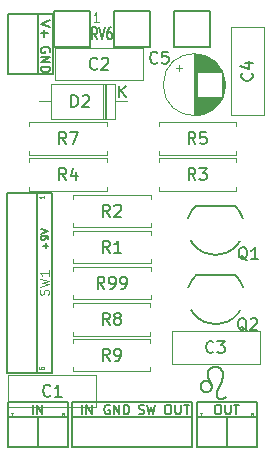
<source format=gbr>
%TF.GenerationSoftware,KiCad,Pcbnew,6.0.0+dfsg1-2*%
%TF.CreationDate,2022-01-11T20:53:16+02:00*%
%TF.ProjectId,leo-fuzz-box,6c656f2d-6675-47a7-9a2d-626f782e6b69,rev?*%
%TF.SameCoordinates,Original*%
%TF.FileFunction,Legend,Top*%
%TF.FilePolarity,Positive*%
%FSLAX46Y46*%
G04 Gerber Fmt 4.6, Leading zero omitted, Abs format (unit mm)*
G04 Created by KiCad (PCBNEW 6.0.0+dfsg1-2) date 2022-01-11 20:53:16*
%MOMM*%
%LPD*%
G01*
G04 APERTURE LIST*
%ADD10C,0.198437*%
%ADD11C,0.150000*%
%ADD12C,0.020320*%
%ADD13C,0.097536*%
%ADD14C,0.065024*%
%ADD15C,0.032512*%
%ADD16C,0.127000*%
%ADD17C,0.120000*%
%ADD18C,0.152400*%
%ADD19O,1.930400X1.930400*%
%ADD20R,1.930400X1.930400*%
%ADD21C,1.600000*%
%ADD22O,1.600000X1.600000*%
%ADD23R,2.540000X2.540000*%
%ADD24O,2.540000X2.540000*%
%ADD25R,1.600000X1.600000*%
%ADD26R,2.032000X2.032000*%
%ADD27O,2.032000X2.032000*%
%ADD28R,2.200000X2.200000*%
%ADD29O,2.200000X2.200000*%
%ADD30R,1.800000X1.800000*%
%ADD31C,1.800000*%
G04 APERTURE END LIST*
D10*
X106205483Y-70024363D02*
X106180814Y-70040138D01*
X106705325Y-69948219D02*
X106675272Y-69941510D01*
X105612594Y-72049363D02*
X105589296Y-72040208D01*
X107147115Y-70984442D02*
X107163355Y-70932593D01*
X106244880Y-71642203D02*
X106242682Y-71667197D01*
X106929343Y-70047891D02*
X106903492Y-70031179D01*
X106690795Y-72059135D02*
X106703907Y-72021239D01*
X107001132Y-71359357D02*
X107048505Y-71248073D01*
X106675272Y-69941510D02*
X106644962Y-69936156D01*
X105975144Y-71163102D02*
X105991520Y-71171172D01*
X105542956Y-71179898D02*
X105564749Y-71168428D01*
X105982532Y-70251579D02*
X105968115Y-70277022D01*
X105589296Y-72040208D02*
X105566610Y-72029766D01*
X105761260Y-72077077D02*
X105736246Y-72075327D01*
X105300202Y-71659047D02*
X105297382Y-71634262D01*
X105566610Y-72029766D02*
X105544574Y-72018092D01*
X106660990Y-72263557D02*
X106661723Y-72221765D01*
X106079072Y-71962512D02*
X106059876Y-71978042D01*
X106165145Y-71327566D02*
X106174971Y-71342832D01*
X106668332Y-72346228D02*
X106663147Y-72305153D01*
X105633061Y-71140600D02*
X105656627Y-71133622D01*
X105656627Y-71133622D02*
X105680497Y-71127845D01*
X106993346Y-72666326D02*
X106973143Y-72664418D01*
X106311660Y-69973459D02*
X106311660Y-69973459D01*
X105875870Y-71128610D02*
X105900018Y-71135046D01*
X105941330Y-71148993D02*
X105958409Y-71155703D01*
X105886990Y-70584928D02*
X105887332Y-70614203D01*
X105304616Y-71509205D02*
X105310583Y-71484346D01*
X107407518Y-72498704D02*
X107375791Y-72525091D01*
X106243321Y-71555481D02*
X106245222Y-71585938D01*
X105888021Y-70555705D02*
X105886990Y-70584928D01*
X106230928Y-70009759D02*
X106205483Y-70024363D01*
X105379533Y-71326415D02*
X105394124Y-71306662D01*
X105728936Y-71120020D02*
X105753394Y-71118033D01*
X105889072Y-70643481D02*
X105892237Y-70672714D01*
X106793346Y-69976247D02*
X106764421Y-69965611D01*
X107180622Y-70377836D02*
X107171065Y-70352384D01*
X106157618Y-71272559D02*
X106182287Y-71326722D01*
X105902943Y-70730847D02*
X105902943Y-70730847D01*
X105958409Y-71155703D02*
X105975144Y-71163102D01*
X105564749Y-71168428D02*
X105587068Y-71158034D01*
X106913127Y-72651708D02*
X106893404Y-72645014D01*
X106744527Y-72532393D02*
X106732852Y-72515888D01*
X107092122Y-71135176D02*
X107129623Y-71035576D01*
X106097480Y-71946060D02*
X106079072Y-71962512D01*
X107160268Y-70327145D02*
X107148194Y-70302135D01*
X106131740Y-71910556D02*
X106115053Y-71928728D01*
X106703443Y-72463069D02*
X106695453Y-72444498D01*
X105660884Y-72063595D02*
X105636469Y-72057177D01*
X106107869Y-71257340D02*
X106120362Y-71270502D01*
X107209627Y-70720656D02*
X107214978Y-70667189D01*
X105998064Y-72018682D02*
X105976217Y-72030107D01*
X106933009Y-72657148D02*
X106913127Y-72651708D01*
X106951179Y-71469528D02*
X107001132Y-71359357D01*
X106661723Y-72221765D02*
X106665208Y-72180101D01*
X106239090Y-71511795D02*
X106241768Y-71529866D01*
X106695453Y-72444498D02*
X106688342Y-72425511D01*
X107074473Y-72663352D02*
X107054194Y-72665609D01*
X106835432Y-72617019D02*
X106835432Y-72617019D01*
X106007523Y-71179890D02*
X106023138Y-71189236D01*
X105827062Y-71120152D02*
X105851533Y-71123656D01*
X105323808Y-71436025D02*
X105332473Y-71412761D01*
X105502592Y-71991264D02*
X105482720Y-71976219D01*
X105986288Y-70954341D02*
X106013999Y-71007786D01*
X107084734Y-70195622D02*
X107065691Y-70171388D01*
X105887332Y-70614203D02*
X105889072Y-70643481D01*
X107148194Y-70302135D02*
X107134354Y-70274118D01*
X106245549Y-71616911D02*
X106245549Y-71616911D01*
X105309819Y-71707958D02*
X105304360Y-71683631D01*
X105835538Y-72073464D02*
X105810955Y-72076104D01*
X106340859Y-69962351D02*
X106311660Y-69973459D01*
X107270676Y-72595211D02*
X107232998Y-72614538D01*
X107188978Y-70403485D02*
X107180622Y-70377836D01*
X105636469Y-72057177D02*
X105612594Y-72049363D01*
X107048505Y-71248073D02*
X107070857Y-71191857D01*
X105367872Y-71845503D02*
X105355366Y-71823852D01*
X106735061Y-69956260D02*
X106705325Y-69948219D01*
X105890398Y-70526582D02*
X105888021Y-70555705D01*
X105786179Y-72077322D02*
X105761260Y-72077077D01*
X107134354Y-70274118D02*
X107119125Y-70247011D01*
X105902943Y-70730847D02*
X105910004Y-70759952D01*
X105900018Y-71135046D02*
X105923922Y-71142994D01*
X106013999Y-71007786D02*
X106043013Y-71060743D01*
X105343944Y-71801619D02*
X105333642Y-71778859D01*
X106208359Y-71407274D02*
X106215154Y-71424126D01*
X106133910Y-70075006D02*
X106111727Y-70094001D01*
X107045498Y-70148158D02*
X107024212Y-70125955D01*
X105316543Y-71731974D02*
X105309819Y-71707958D01*
X107054194Y-72665609D02*
X107033897Y-72666883D01*
X106111727Y-70094001D02*
X106090423Y-70113973D01*
X106873863Y-72637028D02*
X106854531Y-72627709D01*
X106094887Y-71244661D02*
X106107869Y-71257340D01*
X106233897Y-71716124D02*
X106227409Y-71739974D01*
X106226780Y-71458574D02*
X106231582Y-71476128D01*
X106019323Y-72006168D02*
X105998064Y-72018682D01*
X107232998Y-72614538D02*
X107194337Y-72631325D01*
X106090423Y-70113973D02*
X106070025Y-70134872D01*
X106400394Y-69944953D02*
X106370457Y-69952857D01*
X106221299Y-71441233D02*
X106226780Y-71458574D01*
X106043013Y-71060743D02*
X106102054Y-71166170D01*
X105930953Y-72049524D02*
X105907636Y-72057433D01*
X105297311Y-71559237D02*
X105300204Y-71534186D01*
X106102054Y-71166170D02*
X106130632Y-71219123D01*
X105960602Y-70900167D02*
X105986288Y-70954341D01*
X106210489Y-71786239D02*
X106200156Y-71808571D01*
X105521743Y-71192413D02*
X105542956Y-71179898D01*
X105896852Y-70701852D02*
X105902943Y-70730847D01*
X107217223Y-70613790D02*
X107216055Y-70560589D01*
X106757166Y-72548280D02*
X106744527Y-72532393D01*
X105802512Y-71118068D02*
X105827062Y-71120152D01*
X105310583Y-71484346D02*
X105310583Y-71484346D01*
X105523222Y-72005240D02*
X105502592Y-71991264D01*
X107171065Y-70352384D02*
X107160268Y-70327145D01*
X106703907Y-72021239D02*
X106749108Y-71909112D01*
X106770786Y-72563508D02*
X106757166Y-72548280D01*
X106175991Y-71851424D02*
X106162258Y-71871863D01*
X106732852Y-72515888D02*
X106722125Y-72498805D01*
X105968115Y-70277022D02*
X105954784Y-70303052D01*
X106849648Y-70001282D02*
X106821775Y-69988145D01*
X106156948Y-70057035D02*
X106133910Y-70075006D01*
X105295900Y-71584303D02*
X105297311Y-71559237D01*
X105366018Y-71346933D02*
X105379533Y-71326415D01*
X106663147Y-72305153D02*
X106660990Y-72263557D01*
X107342274Y-72550178D02*
X107307168Y-72573655D01*
X105501166Y-71205942D02*
X105521743Y-71192413D01*
X106014526Y-70202649D02*
X105998012Y-70226772D01*
X106147491Y-71891588D02*
X106131740Y-71910556D01*
X105953830Y-72040401D02*
X105930953Y-72049524D01*
X105381426Y-71866518D02*
X105367872Y-71845503D01*
X107102565Y-70220838D02*
X107084734Y-70195622D01*
X107129623Y-71035576D02*
X107147115Y-70984442D01*
X105937667Y-70845022D02*
X105960602Y-70900167D01*
X107163355Y-70932593D02*
X107178036Y-70880160D01*
X106115053Y-71928728D02*
X106097480Y-71946060D01*
X105912855Y-70412068D02*
X105905351Y-70440302D01*
X106039943Y-71992608D02*
X106019323Y-72006168D01*
X106162258Y-71871863D02*
X106147491Y-71891588D01*
X106311660Y-69973459D02*
X106284042Y-69984259D01*
X105905351Y-70440302D02*
X105899089Y-70468832D01*
X107202241Y-70455306D02*
X107188978Y-70403485D01*
X105544574Y-72018092D02*
X105523222Y-72005240D01*
X106785406Y-72578037D02*
X106770786Y-72563508D01*
X105954784Y-70303052D02*
X105942567Y-70329620D01*
X106245549Y-71616911D02*
X106244880Y-71642203D01*
X105342433Y-71390137D02*
X105353633Y-71368184D01*
X106679883Y-72098461D02*
X106690795Y-72059135D01*
X105859879Y-72069445D02*
X105835538Y-72073464D01*
X105704619Y-71123301D02*
X105728936Y-71120020D01*
X107001894Y-70104804D02*
X106978603Y-70084727D01*
X106070025Y-70134872D02*
X106050559Y-70156650D01*
X105409734Y-71287704D02*
X105426310Y-71269573D01*
X107065691Y-70171388D02*
X107045498Y-70148158D01*
X106682092Y-72406150D02*
X106676685Y-72386455D01*
X107211164Y-70507718D02*
X107202241Y-70455306D01*
X105991520Y-71171172D02*
X106007523Y-71179890D01*
X106174971Y-71342832D02*
X106184220Y-71358456D01*
X105609857Y-71148748D02*
X105633061Y-71140600D01*
X106227409Y-71739974D02*
X106219590Y-71763359D01*
X105587068Y-71158034D02*
X105609857Y-71148748D01*
X106712328Y-72481185D02*
X106703443Y-72463069D01*
X106132351Y-71284127D02*
X106143821Y-71298192D01*
X106876908Y-70015635D02*
X106849648Y-70001282D01*
X107092122Y-71135176D02*
X107092122Y-71135176D01*
X106899824Y-71579088D02*
X106951179Y-71469528D01*
X107307168Y-72573655D02*
X107270676Y-72595211D01*
X106243708Y-71548068D02*
X106244897Y-71566379D01*
X106184220Y-71358456D02*
X106192877Y-71374419D01*
X105426310Y-71269573D02*
X105443796Y-71252301D01*
X105300204Y-71534186D02*
X105304616Y-71509205D01*
X106583810Y-69929611D02*
X106553088Y-69928466D01*
X106038351Y-71199189D02*
X106053146Y-71209729D01*
X107148194Y-70302135D02*
X107148194Y-70302135D01*
X105777938Y-71117372D02*
X105802512Y-71118068D01*
X106722125Y-72498805D02*
X106712328Y-72481185D01*
X105810955Y-72076104D02*
X105786179Y-72077322D01*
X106370457Y-69952857D02*
X106340859Y-69962351D01*
X105923922Y-71142994D02*
X105923922Y-71142994D01*
X106143821Y-71298192D02*
X106154757Y-71312679D01*
X106239005Y-71691851D02*
X106233897Y-71716124D01*
X107437253Y-72471327D02*
X107407518Y-72498704D01*
X106801042Y-72591826D02*
X106785406Y-72578037D01*
X105353633Y-71368184D02*
X105366018Y-71346933D01*
X106688342Y-72425511D02*
X106682092Y-72406150D01*
X106764421Y-69965611D02*
X106735061Y-69956260D01*
X105462137Y-71235917D02*
X105481279Y-71220454D01*
X106430612Y-69938615D02*
X106400394Y-69944953D01*
X106854531Y-72627709D02*
X106835432Y-72617019D01*
X105894096Y-70497608D02*
X105890398Y-70526582D01*
X106978603Y-70084727D02*
X106954400Y-70065748D01*
X106215154Y-71424126D02*
X106221299Y-71441233D01*
X105931489Y-70356678D02*
X105921577Y-70384176D01*
X107216055Y-70560589D02*
X107211164Y-70507718D01*
X106182287Y-71326722D02*
X106203916Y-71381853D01*
X105395991Y-71886843D02*
X105381426Y-71866518D01*
X106180814Y-70040138D02*
X106156948Y-70057035D01*
X107024212Y-70125955D02*
X107001894Y-70104804D01*
X105428011Y-71925206D02*
X105411532Y-71906424D01*
X106231582Y-71476128D02*
X106235690Y-71493876D01*
X105998012Y-70226772D02*
X105982532Y-70251579D01*
X106703907Y-72021239D02*
X106703907Y-72021239D01*
X106219590Y-71763359D02*
X106210489Y-71786239D01*
X105463641Y-71960158D02*
X105445393Y-71943135D01*
X106644962Y-69936156D02*
X106614455Y-69932182D01*
X106676685Y-72386455D02*
X106672104Y-72366468D01*
X106244897Y-71566379D02*
X106245319Y-71584780D01*
X106032051Y-70179259D02*
X106014526Y-70202649D01*
X106491648Y-69930548D02*
X106461049Y-69933822D01*
X106081429Y-71232486D02*
X106094887Y-71244661D01*
X105445393Y-71943135D02*
X105428011Y-71925206D01*
X106188640Y-71830313D02*
X106175991Y-71851424D01*
X105685802Y-72068565D02*
X105660884Y-72063595D01*
X107119125Y-70247011D02*
X107102565Y-70220838D01*
X106797612Y-71798379D02*
X106899824Y-71579088D01*
X105332473Y-71412761D02*
X105342433Y-71390137D01*
X105851533Y-71123656D02*
X105875870Y-71128610D01*
X106522347Y-69928770D02*
X106491648Y-69930548D01*
X105892237Y-70672714D02*
X105896852Y-70701852D01*
X107134944Y-72651067D02*
X107114873Y-72656042D01*
X106023138Y-71189236D02*
X106038351Y-71199189D01*
X105918206Y-70788663D02*
X105937667Y-70845022D01*
X105482720Y-71976219D02*
X105463641Y-71960158D01*
X107214978Y-70667189D02*
X107217223Y-70613790D01*
X107094708Y-72660150D02*
X107074473Y-72663352D01*
X105297382Y-71634262D02*
X105295936Y-71609329D01*
X105753394Y-71118033D02*
X105777938Y-71117372D01*
X105923922Y-71142994D02*
X105941330Y-71148993D01*
X105310583Y-71484346D02*
X105316493Y-71459897D01*
X105355366Y-71823852D02*
X105343944Y-71801619D01*
X106835432Y-72617019D02*
X106817711Y-72604833D01*
X106059876Y-71978042D02*
X106039943Y-71992608D01*
X105907636Y-72057433D02*
X105883928Y-72064087D01*
X106067511Y-71220835D02*
X106081429Y-71232486D01*
X105324496Y-71755626D02*
X105316543Y-71731974D01*
X105394124Y-71306662D02*
X105409734Y-71287704D01*
X105942567Y-70329620D02*
X105931489Y-70356678D01*
X106903492Y-70031179D02*
X106876908Y-70015635D01*
X106671308Y-72138892D02*
X106679883Y-72098461D01*
X106239935Y-71525508D02*
X106243321Y-71555481D01*
X106229075Y-71466895D02*
X106235156Y-71495990D01*
X106050559Y-70156650D02*
X106032051Y-70179259D01*
X106053146Y-71209729D02*
X106067511Y-71220835D01*
X106461049Y-69933822D02*
X106430612Y-69938615D01*
X106257123Y-69996375D02*
X106230928Y-70009759D01*
X105680497Y-71127845D02*
X105704619Y-71123301D01*
X106130632Y-71219123D02*
X106157618Y-71272559D01*
X107375791Y-72525091D02*
X107342274Y-72550178D01*
X107194337Y-72631325D02*
X107154895Y-72645263D01*
X105711189Y-72072031D02*
X105685802Y-72068565D01*
X106235690Y-71493876D02*
X106239090Y-71511795D01*
X106241768Y-71529866D02*
X106243708Y-71548068D01*
X107013606Y-72667135D02*
X106993346Y-72666326D01*
X105921577Y-70384176D02*
X105912855Y-70412068D01*
X106749108Y-71909112D02*
X106797612Y-71798379D01*
X106817711Y-72604833D02*
X106801042Y-72591826D01*
X105711189Y-72072031D02*
X105711189Y-72072031D01*
X106221780Y-71438195D02*
X106229075Y-71466895D01*
X106614455Y-69932182D02*
X106583810Y-69929611D01*
X106242682Y-71667197D02*
X106239005Y-71691851D01*
X105316493Y-71459897D02*
X105323808Y-71436025D01*
X105295936Y-71609329D02*
X105295900Y-71584303D01*
X106893404Y-72645014D02*
X106873863Y-72637028D01*
X106665208Y-72180101D02*
X106671308Y-72138892D01*
X106120362Y-71270502D02*
X106132351Y-71284127D01*
X105411532Y-71906424D02*
X105395991Y-71886843D01*
X105333642Y-71778859D02*
X105324496Y-71755626D01*
X106192877Y-71374419D02*
X106200929Y-71390698D01*
X106284042Y-69984259D02*
X106257123Y-69996375D01*
X106235156Y-71495990D02*
X106239935Y-71525508D01*
X107033897Y-72666883D02*
X107013606Y-72667135D01*
X105910004Y-70759952D02*
X105918206Y-70788663D01*
X107070857Y-71191857D02*
X107092122Y-71135176D01*
X107154895Y-72645263D02*
X107134944Y-72651067D01*
X105883928Y-72064087D02*
X105859879Y-72069445D01*
X107190847Y-70827272D02*
X107201481Y-70774060D01*
X106953022Y-72661371D02*
X106933009Y-72657148D01*
X106200156Y-71808571D02*
X106188640Y-71830313D01*
X105304360Y-71683631D02*
X105300202Y-71659047D01*
X106553088Y-69928466D02*
X106522347Y-69928770D01*
X105736246Y-72075327D02*
X105711189Y-72072031D01*
X107201481Y-70774060D02*
X107209627Y-70720656D01*
X106954400Y-70065748D02*
X106929343Y-70047891D01*
X107114873Y-72656042D02*
X107094708Y-72660150D01*
X106203916Y-71381853D02*
X106221780Y-71438195D01*
X105443796Y-71252301D02*
X105462137Y-71235917D01*
X106154757Y-71312679D02*
X106165145Y-71327566D01*
X105976217Y-72030107D02*
X105953830Y-72040401D01*
X105481279Y-71220454D02*
X105501166Y-71205942D01*
X105899089Y-70468832D02*
X105894096Y-70497608D01*
X107178036Y-70880160D02*
X107190847Y-70827272D01*
X106672104Y-72366468D02*
X106668332Y-72346228D01*
X106821775Y-69988145D02*
X106793346Y-69976247D01*
X106973143Y-72664418D02*
X106953022Y-72661371D01*
X106245222Y-71585938D02*
X106245549Y-71616911D01*
X106200929Y-71390698D02*
X106208359Y-71407274D01*
D11*
X92168657Y-59902628D02*
X92168657Y-59445485D01*
X92397228Y-59674057D02*
X91940085Y-59674057D01*
X92397228Y-59131200D02*
X92397228Y-59016914D01*
X92368657Y-58959771D01*
X92340085Y-58931200D01*
X92254371Y-58874057D01*
X92140085Y-58845485D01*
X91911514Y-58845485D01*
X91854371Y-58874057D01*
X91825800Y-58902628D01*
X91797228Y-58959771D01*
X91797228Y-59074057D01*
X91825800Y-59131200D01*
X91854371Y-59159771D01*
X91911514Y-59188342D01*
X92054371Y-59188342D01*
X92111514Y-59159771D01*
X92140085Y-59131200D01*
X92168657Y-59074057D01*
X92168657Y-58959771D01*
X92140085Y-58902628D01*
X92111514Y-58874057D01*
X92054371Y-58845485D01*
X91797228Y-58674057D02*
X92397228Y-58474057D01*
X91797228Y-58274057D01*
%TO.C,J1*%
X91071752Y-73945704D02*
X91071752Y-73145704D01*
X91452704Y-73945704D02*
X91452704Y-73145704D01*
X91909847Y-73945704D01*
X91909847Y-73145704D01*
D12*
X93580857Y-74062469D02*
X93615328Y-74073959D01*
X93672780Y-74073959D01*
X93695761Y-74062469D01*
X93707252Y-74050978D01*
X93718742Y-74027997D01*
X93718742Y-74005016D01*
X93707252Y-73982035D01*
X93695761Y-73970545D01*
X93672780Y-73959054D01*
X93626819Y-73947564D01*
X93603838Y-73936073D01*
X93592347Y-73924583D01*
X93580857Y-73901602D01*
X93580857Y-73878621D01*
X93592347Y-73855640D01*
X93603838Y-73844150D01*
X93626819Y-73832659D01*
X93684271Y-73832659D01*
X93718742Y-73844150D01*
X89262857Y-73832659D02*
X89400742Y-73832659D01*
X89331800Y-74073959D02*
X89331800Y-73832659D01*
D11*
%TO.C,R7*%
X93914933Y-51074580D02*
X93581600Y-50598390D01*
X93343504Y-51074580D02*
X93343504Y-50074580D01*
X93724457Y-50074580D01*
X93819695Y-50122200D01*
X93867314Y-50169819D01*
X93914933Y-50265057D01*
X93914933Y-50407914D01*
X93867314Y-50503152D01*
X93819695Y-50550771D01*
X93724457Y-50598390D01*
X93343504Y-50598390D01*
X94248266Y-50074580D02*
X94914933Y-50074580D01*
X94486361Y-51074580D01*
%TO.C,RV6*%
X96535133Y-42209980D02*
X96301800Y-41733790D01*
X96135133Y-42209980D02*
X96135133Y-41209980D01*
X96401800Y-41209980D01*
X96468466Y-41257600D01*
X96501800Y-41305219D01*
X96535133Y-41400457D01*
X96535133Y-41543314D01*
X96501800Y-41638552D01*
X96468466Y-41686171D01*
X96401800Y-41733790D01*
X96135133Y-41733790D01*
X96735133Y-41209980D02*
X96968466Y-42209980D01*
X97201800Y-41209980D01*
X97735133Y-41209980D02*
X97601800Y-41209980D01*
X97535133Y-41257600D01*
X97501800Y-41305219D01*
X97435133Y-41448076D01*
X97401800Y-41638552D01*
X97401800Y-42019504D01*
X97435133Y-42114742D01*
X97468466Y-42162361D01*
X97535133Y-42209980D01*
X97668466Y-42209980D01*
X97735133Y-42162361D01*
X97768466Y-42114742D01*
X97801800Y-42019504D01*
X97801800Y-41781409D01*
X97768466Y-41686171D01*
X97735133Y-41638552D01*
X97668466Y-41590933D01*
X97535133Y-41590933D01*
X97468466Y-41638552D01*
X97435133Y-41686171D01*
X97401800Y-41781409D01*
D13*
X96689817Y-40709910D02*
X96248582Y-40709910D01*
X96469200Y-40709910D02*
X96469200Y-39937750D01*
X96395660Y-40048059D01*
X96322121Y-40121598D01*
X96248582Y-40158367D01*
D11*
%TO.C,R9*%
X97597933Y-69413380D02*
X97264600Y-68937190D01*
X97026504Y-69413380D02*
X97026504Y-68413380D01*
X97407457Y-68413380D01*
X97502695Y-68461000D01*
X97550314Y-68508619D01*
X97597933Y-68603857D01*
X97597933Y-68746714D01*
X97550314Y-68841952D01*
X97502695Y-68889571D01*
X97407457Y-68937190D01*
X97026504Y-68937190D01*
X98074123Y-69413380D02*
X98264600Y-69413380D01*
X98359838Y-69365761D01*
X98407457Y-69318142D01*
X98502695Y-69175285D01*
X98550314Y-68984809D01*
X98550314Y-68603857D01*
X98502695Y-68508619D01*
X98455076Y-68461000D01*
X98359838Y-68413380D01*
X98169361Y-68413380D01*
X98074123Y-68461000D01*
X98026504Y-68508619D01*
X97978885Y-68603857D01*
X97978885Y-68841952D01*
X98026504Y-68937190D01*
X98074123Y-68984809D01*
X98169361Y-69032428D01*
X98359838Y-69032428D01*
X98455076Y-68984809D01*
X98502695Y-68937190D01*
X98550314Y-68841952D01*
%TO.C,C1*%
X92579533Y-72366142D02*
X92531914Y-72413761D01*
X92389057Y-72461380D01*
X92293819Y-72461380D01*
X92150961Y-72413761D01*
X92055723Y-72318523D01*
X92008104Y-72223285D01*
X91960485Y-72032809D01*
X91960485Y-71889952D01*
X92008104Y-71699476D01*
X92055723Y-71604238D01*
X92150961Y-71509000D01*
X92293819Y-71461380D01*
X92389057Y-71461380D01*
X92531914Y-71509000D01*
X92579533Y-71556619D01*
X93531914Y-72461380D02*
X92960485Y-72461380D01*
X93246200Y-72461380D02*
X93246200Y-71461380D01*
X93150961Y-71604238D01*
X93055723Y-71699476D01*
X92960485Y-71747095D01*
%TO.C,J4*%
X92525800Y-43307076D02*
X92563895Y-43230885D01*
X92563895Y-43116600D01*
X92525800Y-43002314D01*
X92449609Y-42926123D01*
X92373419Y-42888028D01*
X92221038Y-42849933D01*
X92106752Y-42849933D01*
X91954371Y-42888028D01*
X91878180Y-42926123D01*
X91801990Y-43002314D01*
X91763895Y-43116600D01*
X91763895Y-43192790D01*
X91801990Y-43307076D01*
X91840085Y-43345171D01*
X92106752Y-43345171D01*
X92106752Y-43192790D01*
X91763895Y-43688028D02*
X92563895Y-43688028D01*
X91763895Y-44145171D01*
X92563895Y-44145171D01*
X91763895Y-44526123D02*
X92563895Y-44526123D01*
X92563895Y-44716600D01*
X92525800Y-44830885D01*
X92449609Y-44907076D01*
X92373419Y-44945171D01*
X92221038Y-44983266D01*
X92106752Y-44983266D01*
X91954371Y-44945171D01*
X91878180Y-44907076D01*
X91801990Y-44830885D01*
X91763895Y-44716600D01*
X91763895Y-44526123D01*
X92563895Y-40614695D02*
X91763895Y-40881361D01*
X92563895Y-41148028D01*
X92068657Y-41414695D02*
X92068657Y-42024219D01*
X91763895Y-41719457D02*
X92373419Y-41719457D01*
%TO.C,J2*%
X97586876Y-73183800D02*
X97510685Y-73145704D01*
X97396400Y-73145704D01*
X97282114Y-73183800D01*
X97205923Y-73259990D01*
X97167828Y-73336180D01*
X97129733Y-73488561D01*
X97129733Y-73602847D01*
X97167828Y-73755228D01*
X97205923Y-73831419D01*
X97282114Y-73907609D01*
X97396400Y-73945704D01*
X97472590Y-73945704D01*
X97586876Y-73907609D01*
X97624971Y-73869514D01*
X97624971Y-73602847D01*
X97472590Y-73602847D01*
X97967828Y-73945704D02*
X97967828Y-73145704D01*
X98424971Y-73945704D01*
X98424971Y-73145704D01*
X98805923Y-73945704D02*
X98805923Y-73145704D01*
X98996400Y-73145704D01*
X99110685Y-73183800D01*
X99186876Y-73259990D01*
X99224971Y-73336180D01*
X99263066Y-73488561D01*
X99263066Y-73602847D01*
X99224971Y-73755228D01*
X99186876Y-73831419D01*
X99110685Y-73907609D01*
X98996400Y-73945704D01*
X98805923Y-73945704D01*
X95237352Y-73945704D02*
X95237352Y-73145704D01*
X95618304Y-73945704D02*
X95618304Y-73145704D01*
X96075447Y-73945704D01*
X96075447Y-73145704D01*
X102476400Y-73145704D02*
X102628780Y-73145704D01*
X102704971Y-73183800D01*
X102781161Y-73259990D01*
X102819257Y-73412371D01*
X102819257Y-73679038D01*
X102781161Y-73831419D01*
X102704971Y-73907609D01*
X102628780Y-73945704D01*
X102476400Y-73945704D01*
X102400209Y-73907609D01*
X102324019Y-73831419D01*
X102285923Y-73679038D01*
X102285923Y-73412371D01*
X102324019Y-73259990D01*
X102400209Y-73183800D01*
X102476400Y-73145704D01*
X103162114Y-73145704D02*
X103162114Y-73793323D01*
X103200209Y-73869514D01*
X103238304Y-73907609D01*
X103314495Y-73945704D01*
X103466876Y-73945704D01*
X103543066Y-73907609D01*
X103581161Y-73869514D01*
X103619257Y-73793323D01*
X103619257Y-73145704D01*
X103885923Y-73145704D02*
X104343066Y-73145704D01*
X104114495Y-73945704D02*
X104114495Y-73145704D01*
X100050685Y-73907609D02*
X100164971Y-73945704D01*
X100355447Y-73945704D01*
X100431638Y-73907609D01*
X100469733Y-73869514D01*
X100507828Y-73793323D01*
X100507828Y-73717133D01*
X100469733Y-73640942D01*
X100431638Y-73602847D01*
X100355447Y-73564752D01*
X100203066Y-73526657D01*
X100126876Y-73488561D01*
X100088780Y-73450466D01*
X100050685Y-73374276D01*
X100050685Y-73298085D01*
X100088780Y-73221895D01*
X100126876Y-73183800D01*
X100203066Y-73145704D01*
X100393542Y-73145704D01*
X100507828Y-73183800D01*
X100774495Y-73145704D02*
X100964971Y-73945704D01*
X101117352Y-73374276D01*
X101269733Y-73945704D01*
X101460209Y-73145704D01*
%TO.C,C4*%
X109627942Y-45084666D02*
X109675561Y-45132285D01*
X109723180Y-45275142D01*
X109723180Y-45370380D01*
X109675561Y-45513238D01*
X109580323Y-45608476D01*
X109485085Y-45656095D01*
X109294609Y-45703714D01*
X109151752Y-45703714D01*
X108961276Y-45656095D01*
X108866038Y-45608476D01*
X108770800Y-45513238D01*
X108723180Y-45370380D01*
X108723180Y-45275142D01*
X108770800Y-45132285D01*
X108818419Y-45084666D01*
X109056514Y-44227523D02*
X109723180Y-44227523D01*
X108675561Y-44465619D02*
X109389847Y-44703714D01*
X109389847Y-44084666D01*
%TO.C,C3*%
X106386333Y-68657742D02*
X106338714Y-68705361D01*
X106195857Y-68752980D01*
X106100619Y-68752980D01*
X105957761Y-68705361D01*
X105862523Y-68610123D01*
X105814904Y-68514885D01*
X105767285Y-68324409D01*
X105767285Y-68181552D01*
X105814904Y-67991076D01*
X105862523Y-67895838D01*
X105957761Y-67800600D01*
X106100619Y-67752980D01*
X106195857Y-67752980D01*
X106338714Y-67800600D01*
X106386333Y-67848219D01*
X106719666Y-67752980D02*
X107338714Y-67752980D01*
X107005380Y-68133933D01*
X107148238Y-68133933D01*
X107243476Y-68181552D01*
X107291095Y-68229171D01*
X107338714Y-68324409D01*
X107338714Y-68562504D01*
X107291095Y-68657742D01*
X107243476Y-68705361D01*
X107148238Y-68752980D01*
X106862523Y-68752980D01*
X106767285Y-68705361D01*
X106719666Y-68657742D01*
%TO.C,C5*%
X101636533Y-44172142D02*
X101588914Y-44219761D01*
X101446057Y-44267380D01*
X101350819Y-44267380D01*
X101207961Y-44219761D01*
X101112723Y-44124523D01*
X101065104Y-44029285D01*
X101017485Y-43838809D01*
X101017485Y-43695952D01*
X101065104Y-43505476D01*
X101112723Y-43410238D01*
X101207961Y-43315000D01*
X101350819Y-43267380D01*
X101446057Y-43267380D01*
X101588914Y-43315000D01*
X101636533Y-43362619D01*
X102541295Y-43267380D02*
X102065104Y-43267380D01*
X102017485Y-43743571D01*
X102065104Y-43695952D01*
X102160342Y-43648333D01*
X102398438Y-43648333D01*
X102493676Y-43695952D01*
X102541295Y-43743571D01*
X102588914Y-43838809D01*
X102588914Y-44076904D01*
X102541295Y-44172142D01*
X102493676Y-44219761D01*
X102398438Y-44267380D01*
X102160342Y-44267380D01*
X102065104Y-44219761D01*
X102017485Y-44172142D01*
%TO.C,Q1*%
X109257061Y-60915419D02*
X109161823Y-60867800D01*
X109066585Y-60772561D01*
X108923728Y-60629704D01*
X108828490Y-60582085D01*
X108733252Y-60582085D01*
X108780871Y-60820180D02*
X108685633Y-60772561D01*
X108590395Y-60677323D01*
X108542776Y-60486847D01*
X108542776Y-60153514D01*
X108590395Y-59963038D01*
X108685633Y-59867800D01*
X108780871Y-59820180D01*
X108971347Y-59820180D01*
X109066585Y-59867800D01*
X109161823Y-59963038D01*
X109209442Y-60153514D01*
X109209442Y-60486847D01*
X109161823Y-60677323D01*
X109066585Y-60772561D01*
X108971347Y-60820180D01*
X108780871Y-60820180D01*
X110161823Y-60820180D02*
X109590395Y-60820180D01*
X109876109Y-60820180D02*
X109876109Y-59820180D01*
X109780871Y-59963038D01*
X109685633Y-60058276D01*
X109590395Y-60105895D01*
%TO.C,J3*%
X106692800Y-73145704D02*
X106845180Y-73145704D01*
X106921371Y-73183800D01*
X106997561Y-73259990D01*
X107035657Y-73412371D01*
X107035657Y-73679038D01*
X106997561Y-73831419D01*
X106921371Y-73907609D01*
X106845180Y-73945704D01*
X106692800Y-73945704D01*
X106616609Y-73907609D01*
X106540419Y-73831419D01*
X106502323Y-73679038D01*
X106502323Y-73412371D01*
X106540419Y-73259990D01*
X106616609Y-73183800D01*
X106692800Y-73145704D01*
X107378514Y-73145704D02*
X107378514Y-73793323D01*
X107416609Y-73869514D01*
X107454704Y-73907609D01*
X107530895Y-73945704D01*
X107683276Y-73945704D01*
X107759466Y-73907609D01*
X107797561Y-73869514D01*
X107835657Y-73793323D01*
X107835657Y-73145704D01*
X108102323Y-73145704D02*
X108559466Y-73145704D01*
X108330895Y-73945704D02*
X108330895Y-73145704D01*
D12*
X105264857Y-73832659D02*
X105402742Y-73832659D01*
X105333800Y-74073959D02*
X105333800Y-73832659D01*
X109582857Y-74062469D02*
X109617328Y-74073959D01*
X109674780Y-74073959D01*
X109697761Y-74062469D01*
X109709252Y-74050978D01*
X109720742Y-74027997D01*
X109720742Y-74005016D01*
X109709252Y-73982035D01*
X109697761Y-73970545D01*
X109674780Y-73959054D01*
X109628819Y-73947564D01*
X109605838Y-73936073D01*
X109594347Y-73924583D01*
X109582857Y-73901602D01*
X109582857Y-73878621D01*
X109594347Y-73855640D01*
X109605838Y-73844150D01*
X109628819Y-73832659D01*
X109686271Y-73832659D01*
X109720742Y-73844150D01*
D11*
%TO.C,R5*%
X104862333Y-51074580D02*
X104529000Y-50598390D01*
X104290904Y-51074580D02*
X104290904Y-50074580D01*
X104671857Y-50074580D01*
X104767095Y-50122200D01*
X104814714Y-50169819D01*
X104862333Y-50265057D01*
X104862333Y-50407914D01*
X104814714Y-50503152D01*
X104767095Y-50550771D01*
X104671857Y-50598390D01*
X104290904Y-50598390D01*
X105767095Y-50074580D02*
X105290904Y-50074580D01*
X105243285Y-50550771D01*
X105290904Y-50503152D01*
X105386142Y-50455533D01*
X105624238Y-50455533D01*
X105719476Y-50503152D01*
X105767095Y-50550771D01*
X105814714Y-50646009D01*
X105814714Y-50884104D01*
X105767095Y-50979342D01*
X105719476Y-51026961D01*
X105624238Y-51074580D01*
X105386142Y-51074580D01*
X105290904Y-51026961D01*
X105243285Y-50979342D01*
%TO.C,R2*%
X97623333Y-57221380D02*
X97290000Y-56745190D01*
X97051904Y-57221380D02*
X97051904Y-56221380D01*
X97432857Y-56221380D01*
X97528095Y-56269000D01*
X97575714Y-56316619D01*
X97623333Y-56411857D01*
X97623333Y-56554714D01*
X97575714Y-56649952D01*
X97528095Y-56697571D01*
X97432857Y-56745190D01*
X97051904Y-56745190D01*
X98004285Y-56316619D02*
X98051904Y-56269000D01*
X98147142Y-56221380D01*
X98385238Y-56221380D01*
X98480476Y-56269000D01*
X98528095Y-56316619D01*
X98575714Y-56411857D01*
X98575714Y-56507095D01*
X98528095Y-56649952D01*
X97956666Y-57221380D01*
X98575714Y-57221380D01*
%TO.C,Q2*%
X109206261Y-66909819D02*
X109111023Y-66862200D01*
X109015785Y-66766961D01*
X108872928Y-66624104D01*
X108777690Y-66576485D01*
X108682452Y-66576485D01*
X108730071Y-66814580D02*
X108634833Y-66766961D01*
X108539595Y-66671723D01*
X108491976Y-66481247D01*
X108491976Y-66147914D01*
X108539595Y-65957438D01*
X108634833Y-65862200D01*
X108730071Y-65814580D01*
X108920547Y-65814580D01*
X109015785Y-65862200D01*
X109111023Y-65957438D01*
X109158642Y-66147914D01*
X109158642Y-66481247D01*
X109111023Y-66671723D01*
X109015785Y-66766961D01*
X108920547Y-66814580D01*
X108730071Y-66814580D01*
X109539595Y-65909819D02*
X109587214Y-65862200D01*
X109682452Y-65814580D01*
X109920547Y-65814580D01*
X110015785Y-65862200D01*
X110063404Y-65909819D01*
X110111023Y-66005057D01*
X110111023Y-66100295D01*
X110063404Y-66243152D01*
X109491976Y-66814580D01*
X110111023Y-66814580D01*
D14*
%TO.C,SW1*%
X92412940Y-63843746D02*
X92449710Y-63733438D01*
X92449710Y-63549590D01*
X92412940Y-63476051D01*
X92376171Y-63439281D01*
X92302632Y-63402512D01*
X92229093Y-63402512D01*
X92155554Y-63439281D01*
X92118784Y-63476051D01*
X92082015Y-63549590D01*
X92045245Y-63696668D01*
X92008476Y-63770207D01*
X91971706Y-63806977D01*
X91898167Y-63843746D01*
X91824628Y-63843746D01*
X91751089Y-63806977D01*
X91714320Y-63770207D01*
X91677550Y-63696668D01*
X91677550Y-63512820D01*
X91714320Y-63402512D01*
X91677550Y-63145125D02*
X92449710Y-62961278D01*
X91898167Y-62814200D01*
X92449710Y-62667121D01*
X91677550Y-62483274D01*
X92449710Y-61784653D02*
X92449710Y-62225887D01*
X92449710Y-62005270D02*
X91677550Y-62005270D01*
X91787859Y-62078809D01*
X91861398Y-62152348D01*
X91898167Y-62225887D01*
D15*
X92021055Y-55464891D02*
X92021055Y-55685508D01*
X92021055Y-55575200D02*
X91634975Y-55575200D01*
X91690129Y-55611969D01*
X91726899Y-55648739D01*
X91745283Y-55685508D01*
X91634975Y-69979660D02*
X91634975Y-70053200D01*
X91653360Y-70089969D01*
X91671744Y-70108354D01*
X91726899Y-70145123D01*
X91800438Y-70163508D01*
X91947516Y-70163508D01*
X91984285Y-70145123D01*
X92002670Y-70126739D01*
X92021055Y-70089969D01*
X92021055Y-70016430D01*
X92002670Y-69979660D01*
X91984285Y-69961276D01*
X91947516Y-69942891D01*
X91855592Y-69942891D01*
X91818822Y-69961276D01*
X91800438Y-69979660D01*
X91782053Y-70016430D01*
X91782053Y-70089969D01*
X91800438Y-70126739D01*
X91818822Y-70145123D01*
X91855592Y-70163508D01*
D11*
%TO.C,R8*%
X97597933Y-66390780D02*
X97264600Y-65914590D01*
X97026504Y-66390780D02*
X97026504Y-65390780D01*
X97407457Y-65390780D01*
X97502695Y-65438400D01*
X97550314Y-65486019D01*
X97597933Y-65581257D01*
X97597933Y-65724114D01*
X97550314Y-65819352D01*
X97502695Y-65866971D01*
X97407457Y-65914590D01*
X97026504Y-65914590D01*
X98169361Y-65819352D02*
X98074123Y-65771733D01*
X98026504Y-65724114D01*
X97978885Y-65628876D01*
X97978885Y-65581257D01*
X98026504Y-65486019D01*
X98074123Y-65438400D01*
X98169361Y-65390780D01*
X98359838Y-65390780D01*
X98455076Y-65438400D01*
X98502695Y-65486019D01*
X98550314Y-65581257D01*
X98550314Y-65628876D01*
X98502695Y-65724114D01*
X98455076Y-65771733D01*
X98359838Y-65819352D01*
X98169361Y-65819352D01*
X98074123Y-65866971D01*
X98026504Y-65914590D01*
X97978885Y-66009828D01*
X97978885Y-66200304D01*
X98026504Y-66295542D01*
X98074123Y-66343161D01*
X98169361Y-66390780D01*
X98359838Y-66390780D01*
X98455076Y-66343161D01*
X98502695Y-66295542D01*
X98550314Y-66200304D01*
X98550314Y-66009828D01*
X98502695Y-65914590D01*
X98455076Y-65866971D01*
X98359838Y-65819352D01*
%TO.C,R99*%
X97147142Y-63317380D02*
X96813809Y-62841190D01*
X96575714Y-63317380D02*
X96575714Y-62317380D01*
X96956666Y-62317380D01*
X97051904Y-62365000D01*
X97099523Y-62412619D01*
X97147142Y-62507857D01*
X97147142Y-62650714D01*
X97099523Y-62745952D01*
X97051904Y-62793571D01*
X96956666Y-62841190D01*
X96575714Y-62841190D01*
X97623333Y-63317380D02*
X97813809Y-63317380D01*
X97909047Y-63269761D01*
X97956666Y-63222142D01*
X98051904Y-63079285D01*
X98099523Y-62888809D01*
X98099523Y-62507857D01*
X98051904Y-62412619D01*
X98004285Y-62365000D01*
X97909047Y-62317380D01*
X97718571Y-62317380D01*
X97623333Y-62365000D01*
X97575714Y-62412619D01*
X97528095Y-62507857D01*
X97528095Y-62745952D01*
X97575714Y-62841190D01*
X97623333Y-62888809D01*
X97718571Y-62936428D01*
X97909047Y-62936428D01*
X98004285Y-62888809D01*
X98051904Y-62841190D01*
X98099523Y-62745952D01*
X98575714Y-63317380D02*
X98766190Y-63317380D01*
X98861428Y-63269761D01*
X98909047Y-63222142D01*
X99004285Y-63079285D01*
X99051904Y-62888809D01*
X99051904Y-62507857D01*
X99004285Y-62412619D01*
X98956666Y-62365000D01*
X98861428Y-62317380D01*
X98670952Y-62317380D01*
X98575714Y-62365000D01*
X98528095Y-62412619D01*
X98480476Y-62507857D01*
X98480476Y-62745952D01*
X98528095Y-62841190D01*
X98575714Y-62888809D01*
X98670952Y-62936428D01*
X98861428Y-62936428D01*
X98956666Y-62888809D01*
X99004285Y-62841190D01*
X99051904Y-62745952D01*
%TO.C,R4*%
X93914933Y-54122580D02*
X93581600Y-53646390D01*
X93343504Y-54122580D02*
X93343504Y-53122580D01*
X93724457Y-53122580D01*
X93819695Y-53170200D01*
X93867314Y-53217819D01*
X93914933Y-53313057D01*
X93914933Y-53455914D01*
X93867314Y-53551152D01*
X93819695Y-53598771D01*
X93724457Y-53646390D01*
X93343504Y-53646390D01*
X94772076Y-53455914D02*
X94772076Y-54122580D01*
X94533980Y-53074961D02*
X94295885Y-53789247D01*
X94914933Y-53789247D01*
%TO.C,C2*%
X96545733Y-44680142D02*
X96498114Y-44727761D01*
X96355257Y-44775380D01*
X96260019Y-44775380D01*
X96117161Y-44727761D01*
X96021923Y-44632523D01*
X95974304Y-44537285D01*
X95926685Y-44346809D01*
X95926685Y-44203952D01*
X95974304Y-44013476D01*
X96021923Y-43918238D01*
X96117161Y-43823000D01*
X96260019Y-43775380D01*
X96355257Y-43775380D01*
X96498114Y-43823000D01*
X96545733Y-43870619D01*
X96926685Y-43870619D02*
X96974304Y-43823000D01*
X97069542Y-43775380D01*
X97307638Y-43775380D01*
X97402876Y-43823000D01*
X97450495Y-43870619D01*
X97498114Y-43965857D01*
X97498114Y-44061095D01*
X97450495Y-44203952D01*
X96879066Y-44775380D01*
X97498114Y-44775380D01*
%TO.C,R1*%
X97623333Y-60269380D02*
X97290000Y-59793190D01*
X97051904Y-60269380D02*
X97051904Y-59269380D01*
X97432857Y-59269380D01*
X97528095Y-59317000D01*
X97575714Y-59364619D01*
X97623333Y-59459857D01*
X97623333Y-59602714D01*
X97575714Y-59697952D01*
X97528095Y-59745571D01*
X97432857Y-59793190D01*
X97051904Y-59793190D01*
X98575714Y-60269380D02*
X98004285Y-60269380D01*
X98290000Y-60269380D02*
X98290000Y-59269380D01*
X98194761Y-59412238D01*
X98099523Y-59507476D01*
X98004285Y-59555095D01*
%TO.C,D2*%
X94359504Y-47924980D02*
X94359504Y-46924980D01*
X94597600Y-46924980D01*
X94740457Y-46972600D01*
X94835695Y-47067838D01*
X94883314Y-47163076D01*
X94930933Y-47353552D01*
X94930933Y-47496409D01*
X94883314Y-47686885D01*
X94835695Y-47782123D01*
X94740457Y-47877361D01*
X94597600Y-47924980D01*
X94359504Y-47924980D01*
X95311885Y-47020219D02*
X95359504Y-46972600D01*
X95454742Y-46924980D01*
X95692838Y-46924980D01*
X95788076Y-46972600D01*
X95835695Y-47020219D01*
X95883314Y-47115457D01*
X95883314Y-47210695D01*
X95835695Y-47353552D01*
X95264266Y-47924980D01*
X95883314Y-47924980D01*
X98417095Y-47137580D02*
X98417095Y-46137580D01*
X98988523Y-47137580D02*
X98559952Y-46566152D01*
X98988523Y-46137580D02*
X98417095Y-46709009D01*
%TO.C,R3*%
X104862333Y-54122580D02*
X104529000Y-53646390D01*
X104290904Y-54122580D02*
X104290904Y-53122580D01*
X104671857Y-53122580D01*
X104767095Y-53170200D01*
X104814714Y-53217819D01*
X104862333Y-53313057D01*
X104862333Y-53455914D01*
X104814714Y-53551152D01*
X104767095Y-53598771D01*
X104671857Y-53646390D01*
X104290904Y-53646390D01*
X105195666Y-53122580D02*
X105814714Y-53122580D01*
X105481380Y-53503533D01*
X105624238Y-53503533D01*
X105719476Y-53551152D01*
X105767095Y-53598771D01*
X105814714Y-53694009D01*
X105814714Y-53932104D01*
X105767095Y-54027342D01*
X105719476Y-54074961D01*
X105624238Y-54122580D01*
X105338523Y-54122580D01*
X105243285Y-54074961D01*
X105195666Y-54027342D01*
D16*
%TO.C,J1*%
X88950800Y-76758800D02*
X91490800Y-76758800D01*
X88950800Y-76758800D02*
X88950800Y-74218800D01*
X94030800Y-74218800D02*
X94030800Y-76758800D01*
X94030800Y-72948800D02*
X94030800Y-74218800D01*
X88950800Y-72948800D02*
X94030800Y-72948800D01*
X88950800Y-74218800D02*
X91490800Y-74218800D01*
X91490800Y-74218800D02*
X94030800Y-74218800D01*
X91490800Y-76758800D02*
X94030800Y-76758800D01*
X88950800Y-74218800D02*
X88950800Y-72948800D01*
X91490800Y-74218800D02*
X91490800Y-76758800D01*
D17*
%TO.C,R7*%
X90811600Y-49582200D02*
X90811600Y-49252200D01*
X90811600Y-51992200D02*
X97351600Y-51992200D01*
X97351600Y-51992200D02*
X97351600Y-51662200D01*
X90811600Y-51662200D02*
X90811600Y-51992200D01*
X90811600Y-49252200D02*
X97351600Y-49252200D01*
X97351600Y-49252200D02*
X97351600Y-49582200D01*
D16*
%TO.C,RV6*%
X101015800Y-42900600D02*
X101015800Y-39852600D01*
X92887800Y-39852600D02*
X92887800Y-42900600D01*
X106095800Y-39852600D02*
X103047800Y-39852600D01*
X101015800Y-39852600D02*
X97967800Y-39852600D01*
X106095800Y-42900600D02*
X106095800Y-39852600D01*
X95935800Y-42900600D02*
X92887800Y-42900600D01*
X103047800Y-39852600D02*
X103047800Y-42900600D01*
X106095800Y-42900600D02*
X103047800Y-42900600D01*
X95935800Y-39852600D02*
X92887800Y-39852600D01*
X97967800Y-39852600D02*
X97967800Y-42900600D01*
X101015800Y-42900600D02*
X97967800Y-42900600D01*
X95935800Y-42900600D02*
X95935800Y-39852600D01*
D17*
%TO.C,R9*%
X94494600Y-67921000D02*
X94494600Y-67591000D01*
X94494600Y-70331000D02*
X101034600Y-70331000D01*
X101034600Y-67591000D02*
X101034600Y-67921000D01*
X94494600Y-67591000D02*
X101034600Y-67591000D01*
X94494600Y-70001000D02*
X94494600Y-70331000D01*
X101034600Y-70331000D02*
X101034600Y-70001000D01*
%TO.C,C1*%
X96466200Y-70639000D02*
X96466200Y-73379000D01*
X89026200Y-73379000D02*
X96466200Y-73379000D01*
X89026200Y-70639000D02*
X89026200Y-73379000D01*
X89026200Y-70639000D02*
X96466200Y-70639000D01*
D16*
%TO.C,J4*%
X92760800Y-45186600D02*
X92760800Y-40106600D01*
X88950800Y-45186600D02*
X91490800Y-45186600D01*
X91490800Y-40106600D02*
X92760800Y-40106600D01*
X88950800Y-40106600D02*
X91490800Y-40106600D01*
X91490800Y-40106600D02*
X91490800Y-45186600D01*
X88950800Y-45186600D02*
X88950800Y-40106600D01*
X91490800Y-45186600D02*
X92760800Y-45186600D01*
%TO.C,J2*%
X104546400Y-76758800D02*
X94386400Y-76758800D01*
X104546400Y-74218800D02*
X104546400Y-72948800D01*
X94386400Y-74218800D02*
X94386400Y-72948800D01*
X94386400Y-76758800D02*
X94386400Y-74218800D01*
X104546400Y-76758800D02*
X104546400Y-74218800D01*
X104546400Y-72948800D02*
X94386400Y-72948800D01*
X94386400Y-74218800D02*
X104546400Y-74218800D01*
D17*
%TO.C,C4*%
X110640800Y-41198000D02*
X107900800Y-41198000D01*
X110640800Y-48638000D02*
X107900800Y-48638000D01*
X110640800Y-41198000D02*
X110640800Y-48638000D01*
X107900800Y-41198000D02*
X107900800Y-48638000D01*
%TO.C,C3*%
X110287600Y-69670600D02*
X102847600Y-69670600D01*
X102847600Y-69670600D02*
X102847600Y-66930600D01*
X110287600Y-66930600D02*
X102847600Y-66930600D01*
X110287600Y-69670600D02*
X110287600Y-66930600D01*
%TO.C,C5*%
X105155000Y-47090200D02*
X105155000Y-48600200D01*
X105275000Y-47090200D02*
X105275000Y-48578200D01*
X107116000Y-44952200D02*
X107116000Y-47148200D01*
X105596000Y-43608200D02*
X105596000Y-45010200D01*
X106596000Y-44224200D02*
X106596000Y-45010200D01*
X104835000Y-43471200D02*
X104835000Y-48629200D01*
X105996000Y-43782200D02*
X105996000Y-45010200D01*
X107156000Y-45039200D02*
X107156000Y-47061200D01*
X106156000Y-47090200D02*
X106156000Y-48225200D01*
X106476000Y-47090200D02*
X106476000Y-47987200D01*
X105395000Y-43549200D02*
X105395000Y-45010200D01*
X106636000Y-44265200D02*
X106636000Y-45010200D01*
X106236000Y-43928200D02*
X106236000Y-45010200D01*
X104795000Y-43470200D02*
X104795000Y-48630200D01*
X107316000Y-45532200D02*
X107316000Y-46568200D01*
X104875000Y-43472200D02*
X104875000Y-48628200D01*
X106996000Y-47090200D02*
X106996000Y-47369200D01*
X105916000Y-47090200D02*
X105916000Y-48360200D01*
X106276000Y-47090200D02*
X106276000Y-48145200D01*
X106676000Y-44307200D02*
X106676000Y-45010200D01*
X105516000Y-43582200D02*
X105516000Y-45010200D01*
X106356000Y-47090200D02*
X106356000Y-48085200D01*
X106796000Y-44445200D02*
X106796000Y-45010200D01*
X107036000Y-44799200D02*
X107036000Y-45010200D01*
X106476000Y-44113200D02*
X106476000Y-45010200D01*
X104915000Y-43474200D02*
X104915000Y-48626200D01*
X106236000Y-47090200D02*
X106236000Y-48172200D01*
X105195000Y-43507200D02*
X105195000Y-45010200D01*
X106116000Y-47090200D02*
X106116000Y-48250200D01*
X106516000Y-47090200D02*
X106516000Y-47951200D01*
X105035000Y-43485200D02*
X105035000Y-45010200D01*
X106676000Y-47090200D02*
X106676000Y-47793200D01*
X105155000Y-43500200D02*
X105155000Y-45010200D01*
X105235000Y-47090200D02*
X105235000Y-48586200D01*
X105716000Y-43652200D02*
X105716000Y-45010200D01*
X107276000Y-45373200D02*
X107276000Y-46727200D01*
X105235000Y-43514200D02*
X105235000Y-45010200D01*
X106796000Y-47090200D02*
X106796000Y-47655200D01*
X106556000Y-44186200D02*
X106556000Y-45010200D01*
X105916000Y-43740200D02*
X105916000Y-45010200D01*
X105796000Y-47090200D02*
X105796000Y-48415200D01*
X106156000Y-43875200D02*
X106156000Y-45010200D01*
X106836000Y-47090200D02*
X106836000Y-47604200D01*
X104755000Y-43470200D02*
X104755000Y-48630200D01*
X105556000Y-43595200D02*
X105556000Y-45010200D01*
X106716000Y-47090200D02*
X106716000Y-47749200D01*
X106036000Y-43803200D02*
X106036000Y-45010200D01*
X105516000Y-47090200D02*
X105516000Y-48518200D01*
X106396000Y-44046200D02*
X106396000Y-45010200D01*
X106956000Y-44667200D02*
X106956000Y-45010200D01*
X106516000Y-44149200D02*
X106516000Y-45010200D01*
X105596000Y-47090200D02*
X105596000Y-48492200D01*
X105075000Y-47090200D02*
X105075000Y-48611200D01*
X105115000Y-47090200D02*
X105115000Y-48606200D01*
X105676000Y-47090200D02*
X105676000Y-48464200D01*
X106316000Y-47090200D02*
X106316000Y-48115200D01*
X105876000Y-43721200D02*
X105876000Y-45010200D01*
X105355000Y-43539200D02*
X105355000Y-45010200D01*
X105556000Y-47090200D02*
X105556000Y-48505200D01*
X103505000Y-44403200D02*
X103505000Y-44903200D01*
X106996000Y-44731200D02*
X106996000Y-45010200D01*
X107036000Y-47090200D02*
X107036000Y-47301200D01*
X107236000Y-45245200D02*
X107236000Y-46855200D01*
X106076000Y-47090200D02*
X106076000Y-48274200D01*
X105676000Y-43636200D02*
X105676000Y-45010200D01*
X105395000Y-47090200D02*
X105395000Y-48551200D01*
X105035000Y-47090200D02*
X105035000Y-48615200D01*
X104995000Y-43481200D02*
X104995000Y-45010200D01*
X104995000Y-47090200D02*
X104995000Y-48619200D01*
X105435000Y-47090200D02*
X105435000Y-48541200D01*
X106876000Y-47090200D02*
X106876000Y-47550200D01*
X105636000Y-43622200D02*
X105636000Y-45010200D01*
X106636000Y-47090200D02*
X106636000Y-47835200D01*
X107356000Y-45766200D02*
X107356000Y-46334200D01*
X105956000Y-47090200D02*
X105956000Y-48340200D01*
X105996000Y-47090200D02*
X105996000Y-48318200D01*
X106196000Y-47090200D02*
X106196000Y-48199200D01*
X105315000Y-43530200D02*
X105315000Y-45010200D01*
X106836000Y-44496200D02*
X106836000Y-45010200D01*
X105836000Y-43702200D02*
X105836000Y-45010200D01*
X105275000Y-43522200D02*
X105275000Y-45010200D01*
X106556000Y-47090200D02*
X106556000Y-47914200D01*
X106196000Y-43901200D02*
X106196000Y-45010200D01*
X106076000Y-43826200D02*
X106076000Y-45010200D01*
X105476000Y-47090200D02*
X105476000Y-48530200D01*
X106756000Y-44397200D02*
X106756000Y-45010200D01*
X105195000Y-47090200D02*
X105195000Y-48593200D01*
X106756000Y-47090200D02*
X106756000Y-47703200D01*
X106716000Y-44351200D02*
X106716000Y-45010200D01*
X105075000Y-43489200D02*
X105075000Y-45010200D01*
X105636000Y-47090200D02*
X105636000Y-48478200D01*
X106116000Y-43850200D02*
X106116000Y-45010200D01*
X106356000Y-44015200D02*
X106356000Y-45010200D01*
X106956000Y-47090200D02*
X106956000Y-47433200D01*
X106316000Y-43985200D02*
X106316000Y-45010200D01*
X105756000Y-47090200D02*
X105756000Y-48432200D01*
X106876000Y-44550200D02*
X106876000Y-45010200D01*
X105796000Y-43685200D02*
X105796000Y-45010200D01*
X105435000Y-43559200D02*
X105435000Y-45010200D01*
X106036000Y-47090200D02*
X106036000Y-48297200D01*
X106276000Y-43955200D02*
X106276000Y-45010200D01*
X103255000Y-44653200D02*
X103755000Y-44653200D01*
X105716000Y-47090200D02*
X105716000Y-48448200D01*
X105315000Y-47090200D02*
X105315000Y-48570200D01*
X107076000Y-44872200D02*
X107076000Y-47228200D01*
X105476000Y-43570200D02*
X105476000Y-45010200D01*
X106916000Y-47090200D02*
X106916000Y-47493200D01*
X104955000Y-43477200D02*
X104955000Y-48623200D01*
X105756000Y-43668200D02*
X105756000Y-45010200D01*
X105876000Y-47090200D02*
X105876000Y-48379200D01*
X105355000Y-47090200D02*
X105355000Y-48561200D01*
X106596000Y-47090200D02*
X106596000Y-47876200D01*
X106436000Y-44079200D02*
X106436000Y-45010200D01*
X107196000Y-45135200D02*
X107196000Y-46965200D01*
X105956000Y-43760200D02*
X105956000Y-45010200D01*
X106436000Y-47090200D02*
X106436000Y-48021200D01*
X105836000Y-47090200D02*
X105836000Y-48398200D01*
X106916000Y-44607200D02*
X106916000Y-45010200D01*
X106396000Y-47090200D02*
X106396000Y-48054200D01*
X105115000Y-43494200D02*
X105115000Y-45010200D01*
X107375000Y-46050200D02*
G75*
G03*
X107375000Y-46050200I-2620000J0D01*
G01*
D18*
%TO.C,Q1*%
X108184300Y-56286383D02*
X104922300Y-56286383D01*
X104922299Y-56286382D02*
G75*
G03*
X105584400Y-60274183I1631301J-1778018D01*
G01*
X105584100Y-60274183D02*
G75*
G03*
X107522500Y-60274183I969200J2209800D01*
G01*
X107522199Y-60274182D02*
G75*
G03*
X108184300Y-56286383I-969199J2209782D01*
G01*
D16*
%TO.C,J3*%
X104952800Y-74218800D02*
X107492800Y-74218800D01*
X110032800Y-72948800D02*
X110032800Y-74218800D01*
X104952800Y-74218800D02*
X104952800Y-72948800D01*
X107492800Y-74218800D02*
X110032800Y-74218800D01*
X104952800Y-76758800D02*
X104952800Y-74218800D01*
X110032800Y-74218800D02*
X110032800Y-76758800D01*
X104952800Y-76758800D02*
X107492800Y-76758800D01*
X104952800Y-72948800D02*
X110032800Y-72948800D01*
X107492800Y-74218800D02*
X107492800Y-76758800D01*
X107492800Y-76758800D02*
X110032800Y-76758800D01*
D17*
%TO.C,R5*%
X108299000Y-51992200D02*
X108299000Y-51662200D01*
X101759000Y-51662200D02*
X101759000Y-51992200D01*
X101759000Y-49582200D02*
X101759000Y-49252200D01*
X108299000Y-49252200D02*
X108299000Y-49582200D01*
X101759000Y-51992200D02*
X108299000Y-51992200D01*
X101759000Y-49252200D02*
X108299000Y-49252200D01*
%TO.C,R2*%
X94520000Y-55729000D02*
X94520000Y-55399000D01*
X94520000Y-55399000D02*
X101060000Y-55399000D01*
X94520000Y-57809000D02*
X94520000Y-58139000D01*
X94520000Y-58139000D02*
X101060000Y-58139000D01*
X101060000Y-58139000D02*
X101060000Y-57809000D01*
X101060000Y-55399000D02*
X101060000Y-55729000D01*
D18*
%TO.C,Q2*%
X108209700Y-62153783D02*
X104947700Y-62153783D01*
X107547599Y-66141582D02*
G75*
G03*
X108209700Y-62153783I-969199J2209782D01*
G01*
X104947699Y-62153782D02*
G75*
G03*
X105609800Y-66141583I1631301J-1778018D01*
G01*
X105609500Y-66141583D02*
G75*
G03*
X107547900Y-66141583I969200J2209800D01*
G01*
D16*
%TO.C,SW1*%
X88925400Y-55194200D02*
X91465400Y-55194200D01*
X88925400Y-70434200D02*
X88925400Y-55194200D01*
X92735400Y-55194200D02*
X92735400Y-70434200D01*
X91465400Y-55194200D02*
X91465400Y-70434200D01*
X92735400Y-70434200D02*
X91465400Y-70434200D01*
X91465400Y-70434200D02*
X88925400Y-70434200D01*
X91465400Y-55194200D02*
X92735400Y-55194200D01*
D17*
%TO.C,R8*%
X101034600Y-67308400D02*
X94494600Y-67308400D01*
X94494600Y-67308400D02*
X94494600Y-66978400D01*
X101034600Y-64898400D02*
X101034600Y-64568400D01*
X101034600Y-64568400D02*
X94494600Y-64568400D01*
X101034600Y-66978400D02*
X101034600Y-67308400D01*
X94494600Y-64568400D02*
X94494600Y-64898400D01*
%TO.C,R99*%
X101060000Y-61825000D02*
X101060000Y-61495000D01*
X101060000Y-61495000D02*
X94520000Y-61495000D01*
X94520000Y-64235000D02*
X94520000Y-63905000D01*
X94520000Y-61495000D02*
X94520000Y-61825000D01*
X101060000Y-63905000D02*
X101060000Y-64235000D01*
X101060000Y-64235000D02*
X94520000Y-64235000D01*
%TO.C,R4*%
X97351600Y-52300200D02*
X90811600Y-52300200D01*
X97351600Y-54710200D02*
X97351600Y-55040200D01*
X90811600Y-55040200D02*
X90811600Y-54710200D01*
X97351600Y-55040200D02*
X90811600Y-55040200D01*
X97351600Y-52630200D02*
X97351600Y-52300200D01*
X90811600Y-52300200D02*
X90811600Y-52630200D01*
%TO.C,C2*%
X100432400Y-45693000D02*
X100432400Y-42953000D01*
X92992400Y-45693000D02*
X92992400Y-42953000D01*
X100432400Y-45693000D02*
X92992400Y-45693000D01*
X100432400Y-42953000D02*
X92992400Y-42953000D01*
%TO.C,R1*%
X101060000Y-61187000D02*
X101060000Y-60857000D01*
X94520000Y-58777000D02*
X94520000Y-58447000D01*
X94520000Y-58447000D02*
X101060000Y-58447000D01*
X94520000Y-61187000D02*
X101060000Y-61187000D01*
X94520000Y-60857000D02*
X94520000Y-61187000D01*
X101060000Y-58447000D02*
X101060000Y-58777000D01*
%TO.C,D2*%
X97051600Y-48942600D02*
X97051600Y-46002600D01*
X92631600Y-46002600D02*
X92631600Y-48942600D01*
X97291600Y-48942600D02*
X97291600Y-46002600D01*
X92631600Y-48942600D02*
X98071600Y-48942600D01*
X91611600Y-47472600D02*
X92631600Y-47472600D01*
X98071600Y-46002600D02*
X92631600Y-46002600D01*
X99091600Y-47472600D02*
X98071600Y-47472600D01*
X97171600Y-48942600D02*
X97171600Y-46002600D01*
X98071600Y-48942600D02*
X98071600Y-46002600D01*
%TO.C,R3*%
X101759000Y-55040200D02*
X108299000Y-55040200D01*
X108299000Y-55040200D02*
X108299000Y-54710200D01*
X101759000Y-52300200D02*
X108299000Y-52300200D01*
X101759000Y-52630200D02*
X101759000Y-52300200D01*
X101759000Y-54710200D02*
X101759000Y-55040200D01*
X108299000Y-52300200D02*
X108299000Y-52630200D01*
%TD*%
%LPC*%
D19*
%TO.C,J1*%
X92760800Y-75488800D03*
D20*
X90220800Y-75488800D03*
%TD*%
D21*
%TO.C,R7*%
X90271600Y-50622200D03*
D22*
X97891600Y-50622200D03*
%TD*%
D23*
%TO.C,RV6*%
X94411800Y-41376600D03*
D24*
X99491800Y-41376600D03*
X104571800Y-41376600D03*
%TD*%
D21*
%TO.C,R9*%
X93954600Y-68961000D03*
D22*
X101574600Y-68961000D03*
%TD*%
D21*
%TO.C,C1*%
X90246200Y-72009000D03*
X95246200Y-72009000D03*
%TD*%
D20*
%TO.C,J4*%
X90220800Y-41376600D03*
D19*
X90220800Y-43916600D03*
%TD*%
D20*
%TO.C,J2*%
X95656400Y-75488800D03*
D19*
X98196400Y-75488800D03*
X100736400Y-75488800D03*
X103276400Y-75488800D03*
%TD*%
D21*
%TO.C,C4*%
X109270800Y-42418000D03*
X109270800Y-47418000D03*
%TD*%
%TO.C,C3*%
X109067600Y-68300600D03*
X104067600Y-68300600D03*
%TD*%
D25*
%TO.C,C5*%
X103505000Y-46050200D03*
D21*
X106005000Y-46050200D03*
%TD*%
D20*
%TO.C,Q1*%
X109093000Y-58318400D03*
D19*
X106553000Y-58318400D03*
X104013000Y-58318400D03*
%TD*%
%TO.C,J3*%
X108762800Y-75488800D03*
D20*
X106222800Y-75488800D03*
%TD*%
D21*
%TO.C,R5*%
X101219000Y-50622200D03*
D22*
X108839000Y-50622200D03*
%TD*%
D21*
%TO.C,R2*%
X93980000Y-56769000D03*
D22*
X101600000Y-56769000D03*
%TD*%
D20*
%TO.C,Q2*%
X109118400Y-64185800D03*
D19*
X106578400Y-64185800D03*
X104038400Y-64185800D03*
%TD*%
D26*
%TO.C,SW1*%
X90195400Y-56464200D03*
D27*
X90195400Y-59004200D03*
X90195400Y-61544200D03*
X90195400Y-64084200D03*
X90195400Y-66624200D03*
X90195400Y-69164200D03*
%TD*%
D21*
%TO.C,R8*%
X101574600Y-65938400D03*
D22*
X93954600Y-65938400D03*
%TD*%
D21*
%TO.C,R99*%
X101600000Y-62865000D03*
D22*
X93980000Y-62865000D03*
%TD*%
D21*
%TO.C,R4*%
X97891600Y-53670200D03*
D22*
X90271600Y-53670200D03*
%TD*%
D21*
%TO.C,C2*%
X99212400Y-44323000D03*
X94212400Y-44323000D03*
%TD*%
%TO.C,R1*%
X93980000Y-59817000D03*
D22*
X101600000Y-59817000D03*
%TD*%
D28*
%TO.C,D2*%
X100431600Y-47472600D03*
D29*
X90271600Y-47472600D03*
%TD*%
D21*
%TO.C,R3*%
X101219000Y-53670200D03*
D22*
X108839000Y-53670200D03*
%TD*%
D30*
%TO.C,D1*%
X100711000Y-71628000D03*
D31*
X98171000Y-71628000D03*
%TD*%
M02*

</source>
